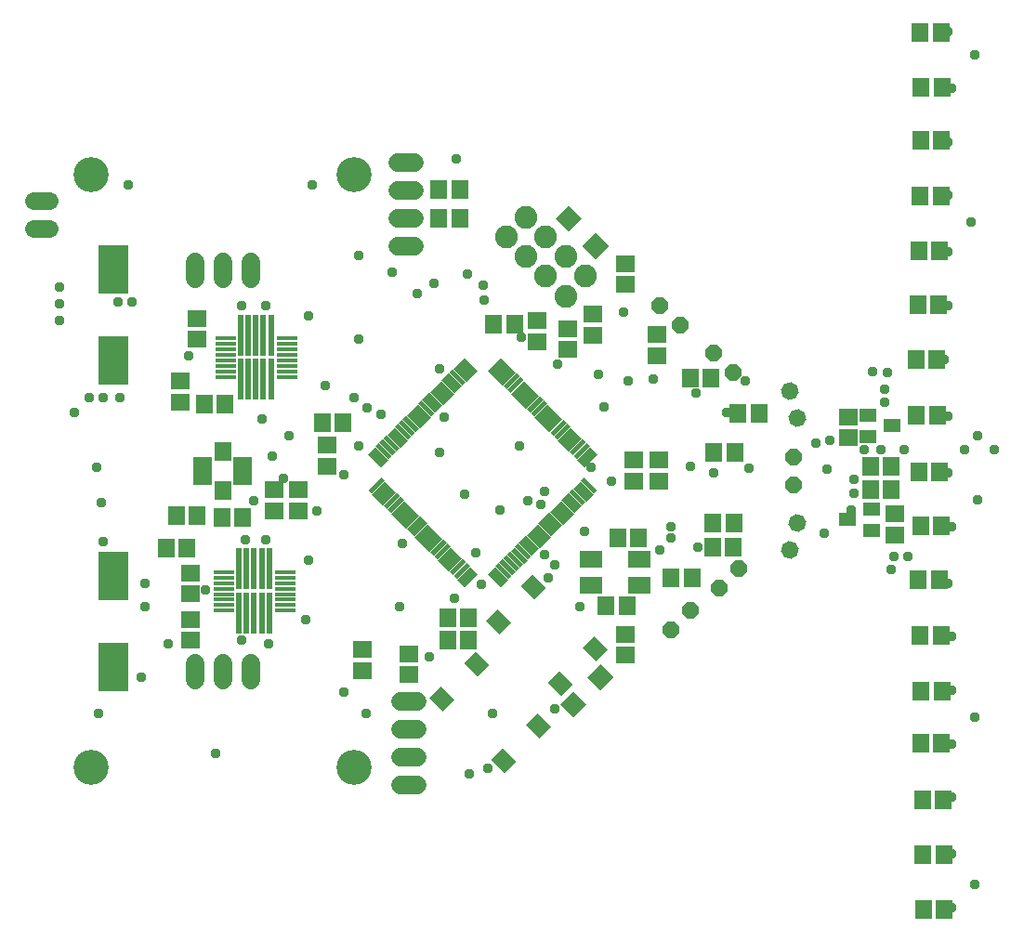
<source format=gbr>
G04 EAGLE Gerber RS-274X export*
G75*
%MOMM*%
%FSLAX34Y34*%
%LPD*%
%INSoldermask Top*%
%IPPOS*%
%AMOC8*
5,1,8,0,0,1.08239X$1,22.5*%
G01*
%ADD10R,1.503200X1.703200*%
%ADD11R,1.703200X1.503200*%
%ADD12P,1.649562X8X157.500000*%
%ADD13P,1.649562X8X247.500000*%
%ADD14P,1.649562X8X337.500000*%
%ADD15P,1.649562X8X67.500000*%
%ADD16C,1.625600*%
%ADD17R,1.703200X1.703200*%
%ADD18R,2.103200X1.603200*%
%ADD19R,1.603200X1.203200*%
%ADD20R,1.503200X1.803200*%
%ADD21R,1.803200X1.503200*%
%ADD22R,1.753200X1.503200*%
%ADD23R,0.457200X1.676400*%
%ADD24R,1.981200X0.457200*%
%ADD25R,0.508000X3.759200*%
%ADD26R,2.703200X4.503200*%
%ADD27C,1.727200*%
%ADD28R,1.803200X0.503200*%
%ADD29R,0.503200X1.803200*%
%ADD30C,3.203200*%
%ADD31C,1.711200*%
%ADD32P,1.649562X8X277.500000*%
%ADD33P,1.649562X8X127.500000*%
%ADD34P,1.649562X8X112.500000*%
%ADD35C,2.082800*%
%ADD36C,0.959600*%


D10*
X146594Y389448D03*
X127594Y389448D03*
D11*
X265110Y434304D03*
X265110Y453304D03*
D10*
X279822Y474152D03*
X260822Y474152D03*
X529808Y368488D03*
X548808Y368488D03*
X519516Y306644D03*
X538516Y306644D03*
D11*
X456842Y566626D03*
X456842Y547626D03*
D10*
X393868Y276032D03*
X374868Y276032D03*
D11*
X484444Y559730D03*
X484444Y540730D03*
D10*
X169250Y387416D03*
X188250Y387416D03*
D11*
X544256Y439588D03*
X544256Y420588D03*
X567624Y439588D03*
X567624Y420588D03*
D10*
X417032Y563184D03*
X436032Y563184D03*
X393868Y296352D03*
X374868Y296352D03*
D12*
X635080Y519670D03*
X617120Y537630D03*
D13*
X640330Y341180D03*
X622370Y323220D03*
D14*
X568570Y580480D03*
X586530Y562520D03*
D15*
X578070Y285170D03*
X596030Y303130D03*
D16*
X11684Y650428D02*
X-2540Y650428D01*
X-2540Y675828D02*
X11684Y675828D01*
D17*
G36*
X489604Y229163D02*
X501647Y217120D01*
X489604Y205077D01*
X477561Y217120D01*
X489604Y229163D01*
G37*
G36*
X514352Y253911D02*
X526395Y241868D01*
X514352Y229825D01*
X502309Y241868D01*
X514352Y253911D01*
G37*
G36*
X497217Y659792D02*
X485174Y647749D01*
X473131Y659792D01*
X485174Y671835D01*
X497217Y659792D01*
G37*
G36*
X521965Y635044D02*
X509922Y623001D01*
X497879Y635044D01*
X509922Y647087D01*
X521965Y635044D01*
G37*
D18*
X550000Y349632D03*
X506000Y349632D03*
X506000Y325632D03*
X550000Y325632D03*
D19*
X780046Y470982D03*
X758046Y461482D03*
X758046Y480482D03*
X739298Y385488D03*
X761298Y394988D03*
X761298Y375988D03*
D20*
X825458Y229152D03*
X806458Y229152D03*
X824614Y280200D03*
X805614Y280200D03*
X822862Y330346D03*
X803862Y330346D03*
D21*
X239202Y412664D03*
X239202Y393664D03*
X216850Y412664D03*
X216850Y393664D03*
X507304Y553684D03*
X507304Y572684D03*
D20*
X824764Y379448D03*
X805764Y379448D03*
X823210Y429000D03*
X804210Y429000D03*
X821218Y480700D03*
X802218Y480700D03*
X820510Y531050D03*
X801510Y531050D03*
X827060Y80104D03*
X808060Y80104D03*
X822516Y581350D03*
X803516Y581350D03*
X823464Y630052D03*
X804464Y630052D03*
X824414Y680352D03*
X805414Y680352D03*
X824762Y731500D03*
X805762Y731500D03*
X825364Y779100D03*
X806364Y779100D03*
X824508Y829552D03*
X805508Y829552D03*
X658658Y482412D03*
X639658Y482412D03*
D21*
X537168Y599884D03*
X537168Y618884D03*
X537022Y262092D03*
X537022Y281092D03*
D20*
X636504Y447118D03*
X617504Y447118D03*
D21*
X739836Y460212D03*
X739836Y479212D03*
X782508Y390566D03*
X782508Y371566D03*
D20*
X635140Y360674D03*
X616140Y360674D03*
X578698Y332552D03*
X597698Y332552D03*
X614780Y514820D03*
X595780Y514820D03*
D21*
X566052Y553972D03*
X566052Y534972D03*
D20*
X826512Y130250D03*
X807512Y130250D03*
X824962Y181996D03*
X805962Y181996D03*
D22*
G36*
X425315Y177364D02*
X437711Y164968D01*
X427081Y154338D01*
X414685Y166734D01*
X425315Y177364D01*
G37*
G36*
X369100Y233579D02*
X381496Y221183D01*
X370866Y210553D01*
X358470Y222949D01*
X369100Y233579D01*
G37*
G36*
X457134Y209183D02*
X469530Y196787D01*
X458900Y186157D01*
X446504Y198553D01*
X457134Y209183D01*
G37*
G36*
X400919Y265398D02*
X413315Y253002D01*
X402685Y242372D01*
X390289Y254768D01*
X400919Y265398D01*
G37*
D23*
G36*
X426598Y327521D02*
X423365Y324288D01*
X411512Y336141D01*
X414745Y339374D01*
X426598Y327521D01*
G37*
G36*
X430011Y330934D02*
X426778Y327701D01*
X414925Y339554D01*
X418158Y342787D01*
X430011Y330934D01*
G37*
G36*
X433603Y334526D02*
X430370Y331293D01*
X418517Y343146D01*
X421750Y346379D01*
X433603Y334526D01*
G37*
G36*
X437195Y338118D02*
X433962Y334885D01*
X422109Y346738D01*
X425342Y349971D01*
X437195Y338118D01*
G37*
G36*
X440787Y341710D02*
X437554Y338477D01*
X425701Y350330D01*
X428934Y353563D01*
X440787Y341710D01*
G37*
G36*
X444199Y345123D02*
X440966Y341890D01*
X429113Y353743D01*
X432346Y356976D01*
X444199Y345123D01*
G37*
G36*
X447792Y348715D02*
X444559Y345482D01*
X432706Y357335D01*
X435939Y360568D01*
X447792Y348715D01*
G37*
G36*
X451384Y352307D02*
X448151Y349074D01*
X436298Y360927D01*
X439531Y364160D01*
X451384Y352307D01*
G37*
G36*
X454796Y355719D02*
X451563Y352486D01*
X439710Y364339D01*
X442943Y367572D01*
X454796Y355719D01*
G37*
G36*
X458388Y359311D02*
X455155Y356078D01*
X443302Y367931D01*
X446535Y371164D01*
X458388Y359311D01*
G37*
G36*
X461980Y362903D02*
X458747Y359670D01*
X446894Y371523D01*
X450127Y374756D01*
X461980Y362903D01*
G37*
G36*
X465393Y366316D02*
X462160Y363083D01*
X450307Y374936D01*
X453540Y378169D01*
X465393Y366316D01*
G37*
G36*
X468985Y369908D02*
X465752Y366675D01*
X453899Y378528D01*
X457132Y381761D01*
X468985Y369908D01*
G37*
G36*
X472577Y373500D02*
X469344Y370267D01*
X457491Y382120D01*
X460724Y385353D01*
X472577Y373500D01*
G37*
G36*
X475990Y376913D02*
X472757Y373680D01*
X460904Y385533D01*
X464137Y388766D01*
X475990Y376913D01*
G37*
G36*
X479582Y380505D02*
X476349Y377272D01*
X464496Y389125D01*
X467729Y392358D01*
X479582Y380505D01*
G37*
G36*
X483174Y384097D02*
X479941Y380864D01*
X468088Y392717D01*
X471321Y395950D01*
X483174Y384097D01*
G37*
G36*
X486586Y387509D02*
X483353Y384276D01*
X471500Y396129D01*
X474733Y399362D01*
X486586Y387509D01*
G37*
G36*
X490178Y391101D02*
X486945Y387868D01*
X475092Y399721D01*
X478325Y402954D01*
X490178Y391101D01*
G37*
G36*
X493770Y394694D02*
X490537Y391461D01*
X478684Y403314D01*
X481917Y406547D01*
X493770Y394694D01*
G37*
G36*
X497183Y398106D02*
X493950Y394873D01*
X482097Y406726D01*
X485330Y409959D01*
X497183Y398106D01*
G37*
G36*
X500775Y401698D02*
X497542Y398465D01*
X485689Y410318D01*
X488922Y413551D01*
X500775Y401698D01*
G37*
G36*
X504367Y405290D02*
X501134Y402057D01*
X489281Y413910D01*
X492514Y417143D01*
X504367Y405290D01*
G37*
G36*
X507959Y408882D02*
X504726Y405649D01*
X492873Y417502D01*
X496106Y420735D01*
X507959Y408882D01*
G37*
G36*
X511372Y412295D02*
X508139Y409062D01*
X496286Y420915D01*
X499519Y424148D01*
X511372Y412295D01*
G37*
G36*
X499519Y433488D02*
X496286Y436721D01*
X508139Y448574D01*
X511372Y445341D01*
X499519Y433488D01*
G37*
G36*
X496106Y436901D02*
X492873Y440134D01*
X504726Y451987D01*
X507959Y448754D01*
X496106Y436901D01*
G37*
G36*
X492514Y440493D02*
X489281Y443726D01*
X501134Y455579D01*
X504367Y452346D01*
X492514Y440493D01*
G37*
G36*
X488922Y444085D02*
X485689Y447318D01*
X497542Y459171D01*
X500775Y455938D01*
X488922Y444085D01*
G37*
G36*
X485330Y447677D02*
X482097Y450910D01*
X493950Y462763D01*
X497183Y459530D01*
X485330Y447677D01*
G37*
G36*
X481917Y451089D02*
X478684Y454322D01*
X490537Y466175D01*
X493770Y462942D01*
X481917Y451089D01*
G37*
G36*
X478325Y454682D02*
X475092Y457915D01*
X486945Y469768D01*
X490178Y466535D01*
X478325Y454682D01*
G37*
G36*
X474733Y458274D02*
X471500Y461507D01*
X483353Y473360D01*
X486586Y470127D01*
X474733Y458274D01*
G37*
G36*
X471321Y461686D02*
X468088Y464919D01*
X479941Y476772D01*
X483174Y473539D01*
X471321Y461686D01*
G37*
G36*
X467729Y465278D02*
X464496Y468511D01*
X476349Y480364D01*
X479582Y477131D01*
X467729Y465278D01*
G37*
G36*
X464137Y468870D02*
X460904Y472103D01*
X472757Y483956D01*
X475990Y480723D01*
X464137Y468870D01*
G37*
G36*
X460724Y472283D02*
X457491Y475516D01*
X469344Y487369D01*
X472577Y484136D01*
X460724Y472283D01*
G37*
G36*
X457132Y475875D02*
X453899Y479108D01*
X465752Y490961D01*
X468985Y487728D01*
X457132Y475875D01*
G37*
G36*
X453540Y479467D02*
X450307Y482700D01*
X462160Y494553D01*
X465393Y491320D01*
X453540Y479467D01*
G37*
G36*
X450127Y482880D02*
X446894Y486113D01*
X458747Y497966D01*
X461980Y494733D01*
X450127Y482880D01*
G37*
G36*
X446535Y486472D02*
X443302Y489705D01*
X455155Y501558D01*
X458388Y498325D01*
X446535Y486472D01*
G37*
G36*
X442943Y490064D02*
X439710Y493297D01*
X451563Y505150D01*
X454796Y501917D01*
X442943Y490064D01*
G37*
G36*
X439531Y493476D02*
X436298Y496709D01*
X448151Y508562D01*
X451384Y505329D01*
X439531Y493476D01*
G37*
G36*
X435939Y497068D02*
X432706Y500301D01*
X444559Y512154D01*
X447792Y508921D01*
X435939Y497068D01*
G37*
G36*
X432346Y500660D02*
X429113Y503893D01*
X440966Y515746D01*
X444199Y512513D01*
X432346Y500660D01*
G37*
G36*
X428934Y504073D02*
X425701Y507306D01*
X437554Y519159D01*
X440787Y515926D01*
X428934Y504073D01*
G37*
G36*
X425342Y507665D02*
X422109Y510898D01*
X433962Y522751D01*
X437195Y519518D01*
X425342Y507665D01*
G37*
G36*
X421750Y511257D02*
X418517Y514490D01*
X430370Y526343D01*
X433603Y523110D01*
X421750Y511257D01*
G37*
G36*
X418158Y514849D02*
X414925Y518082D01*
X426778Y529935D01*
X430011Y526702D01*
X418158Y514849D01*
G37*
G36*
X414745Y518262D02*
X411512Y521495D01*
X423365Y533348D01*
X426598Y530115D01*
X414745Y518262D01*
G37*
G36*
X402172Y521495D02*
X398939Y518262D01*
X387086Y530115D01*
X390319Y533348D01*
X402172Y521495D01*
G37*
G36*
X398759Y518082D02*
X395526Y514849D01*
X383673Y526702D01*
X386906Y529935D01*
X398759Y518082D01*
G37*
G36*
X395167Y514490D02*
X391934Y511257D01*
X380081Y523110D01*
X383314Y526343D01*
X395167Y514490D01*
G37*
G36*
X391575Y510898D02*
X388342Y507665D01*
X376489Y519518D01*
X379722Y522751D01*
X391575Y510898D01*
G37*
G36*
X387983Y507306D02*
X384750Y504073D01*
X372897Y515926D01*
X376130Y519159D01*
X387983Y507306D01*
G37*
G36*
X384571Y503893D02*
X381338Y500660D01*
X369485Y512513D01*
X372718Y515746D01*
X384571Y503893D01*
G37*
G36*
X380978Y500301D02*
X377745Y497068D01*
X365892Y508921D01*
X369125Y512154D01*
X380978Y500301D01*
G37*
G36*
X377386Y496709D02*
X374153Y493476D01*
X362300Y505329D01*
X365533Y508562D01*
X377386Y496709D01*
G37*
G36*
X373974Y493297D02*
X370741Y490064D01*
X358888Y501917D01*
X362121Y505150D01*
X373974Y493297D01*
G37*
G36*
X370382Y489705D02*
X367149Y486472D01*
X355296Y498325D01*
X358529Y501558D01*
X370382Y489705D01*
G37*
G36*
X366790Y486113D02*
X363557Y482880D01*
X351704Y494733D01*
X354937Y497966D01*
X366790Y486113D01*
G37*
G36*
X363377Y482700D02*
X360144Y479467D01*
X348291Y491320D01*
X351524Y494553D01*
X363377Y482700D01*
G37*
G36*
X359785Y479108D02*
X356552Y475875D01*
X344699Y487728D01*
X347932Y490961D01*
X359785Y479108D01*
G37*
G36*
X356193Y475516D02*
X352960Y472283D01*
X341107Y484136D01*
X344340Y487369D01*
X356193Y475516D01*
G37*
G36*
X352780Y472103D02*
X349547Y468870D01*
X337694Y480723D01*
X340927Y483956D01*
X352780Y472103D01*
G37*
G36*
X349188Y468511D02*
X345955Y465278D01*
X334102Y477131D01*
X337335Y480364D01*
X349188Y468511D01*
G37*
G36*
X345596Y464919D02*
X342363Y461686D01*
X330510Y473539D01*
X333743Y476772D01*
X345596Y464919D01*
G37*
G36*
X342184Y461507D02*
X338951Y458274D01*
X327098Y470127D01*
X330331Y473360D01*
X342184Y461507D01*
G37*
G36*
X338592Y457915D02*
X335359Y454682D01*
X323506Y466535D01*
X326739Y469768D01*
X338592Y457915D01*
G37*
G36*
X335000Y454322D02*
X331767Y451089D01*
X319914Y462942D01*
X323147Y466175D01*
X335000Y454322D01*
G37*
G36*
X331587Y450910D02*
X328354Y447677D01*
X316501Y459530D01*
X319734Y462763D01*
X331587Y450910D01*
G37*
G36*
X327995Y447318D02*
X324762Y444085D01*
X312909Y455938D01*
X316142Y459171D01*
X327995Y447318D01*
G37*
G36*
X324403Y443726D02*
X321170Y440493D01*
X309317Y452346D01*
X312550Y455579D01*
X324403Y443726D01*
G37*
G36*
X320811Y440134D02*
X317578Y436901D01*
X305725Y448754D01*
X308958Y451987D01*
X320811Y440134D01*
G37*
G36*
X317398Y436721D02*
X314165Y433488D01*
X302312Y445341D01*
X305545Y448574D01*
X317398Y436721D01*
G37*
G36*
X305545Y409062D02*
X302312Y412295D01*
X314165Y424148D01*
X317398Y420915D01*
X305545Y409062D01*
G37*
G36*
X308958Y405649D02*
X305725Y408882D01*
X317578Y420735D01*
X320811Y417502D01*
X308958Y405649D01*
G37*
G36*
X312550Y402057D02*
X309317Y405290D01*
X321170Y417143D01*
X324403Y413910D01*
X312550Y402057D01*
G37*
G36*
X316142Y398465D02*
X312909Y401698D01*
X324762Y413551D01*
X327995Y410318D01*
X316142Y398465D01*
G37*
G36*
X319734Y394873D02*
X316501Y398106D01*
X328354Y409959D01*
X331587Y406726D01*
X319734Y394873D01*
G37*
G36*
X323147Y391461D02*
X319914Y394694D01*
X331767Y406547D01*
X335000Y403314D01*
X323147Y391461D01*
G37*
G36*
X326739Y387868D02*
X323506Y391101D01*
X335359Y402954D01*
X338592Y399721D01*
X326739Y387868D01*
G37*
G36*
X330331Y384276D02*
X327098Y387509D01*
X338951Y399362D01*
X342184Y396129D01*
X330331Y384276D01*
G37*
G36*
X333743Y380864D02*
X330510Y384097D01*
X342363Y395950D01*
X345596Y392717D01*
X333743Y380864D01*
G37*
G36*
X337335Y377272D02*
X334102Y380505D01*
X345955Y392358D01*
X349188Y389125D01*
X337335Y377272D01*
G37*
G36*
X340927Y373680D02*
X337694Y376913D01*
X349547Y388766D01*
X352780Y385533D01*
X340927Y373680D01*
G37*
G36*
X344340Y370267D02*
X341107Y373500D01*
X352960Y385353D01*
X356193Y382120D01*
X344340Y370267D01*
G37*
G36*
X347932Y366675D02*
X344699Y369908D01*
X356552Y381761D01*
X359785Y378528D01*
X347932Y366675D01*
G37*
G36*
X351524Y363083D02*
X348291Y366316D01*
X360144Y378169D01*
X363377Y374936D01*
X351524Y363083D01*
G37*
G36*
X354937Y359670D02*
X351704Y362903D01*
X363557Y374756D01*
X366790Y371523D01*
X354937Y359670D01*
G37*
G36*
X358529Y356078D02*
X355296Y359311D01*
X367149Y371164D01*
X370382Y367931D01*
X358529Y356078D01*
G37*
G36*
X362121Y352486D02*
X358888Y355719D01*
X370741Y367572D01*
X373974Y364339D01*
X362121Y352486D01*
G37*
G36*
X365533Y349074D02*
X362300Y352307D01*
X374153Y364160D01*
X377386Y360927D01*
X365533Y349074D01*
G37*
G36*
X369125Y345482D02*
X365892Y348715D01*
X377745Y360568D01*
X380978Y357335D01*
X369125Y345482D01*
G37*
G36*
X372718Y341890D02*
X369485Y345123D01*
X381338Y356976D01*
X384571Y353743D01*
X372718Y341890D01*
G37*
G36*
X376130Y338477D02*
X372897Y341710D01*
X384750Y353563D01*
X387983Y350330D01*
X376130Y338477D01*
G37*
G36*
X379722Y334885D02*
X376489Y338118D01*
X388342Y349971D01*
X391575Y346738D01*
X379722Y334885D01*
G37*
G36*
X383314Y331293D02*
X380081Y334526D01*
X391934Y346379D01*
X395167Y343146D01*
X383314Y331293D01*
G37*
G36*
X386906Y327701D02*
X383673Y330934D01*
X395526Y342787D01*
X398759Y339554D01*
X386906Y327701D01*
G37*
G36*
X390319Y324288D02*
X387086Y327521D01*
X398939Y339374D01*
X402172Y336141D01*
X390319Y324288D01*
G37*
D22*
G36*
X476831Y247676D02*
X489227Y235280D01*
X478597Y224650D01*
X466201Y237046D01*
X476831Y247676D01*
G37*
G36*
X420616Y303891D02*
X433012Y291495D01*
X422382Y280865D01*
X409986Y293261D01*
X420616Y303891D01*
G37*
G36*
X508650Y279495D02*
X521046Y267099D01*
X510416Y256469D01*
X498020Y268865D01*
X508650Y279495D01*
G37*
G36*
X452435Y335710D02*
X464831Y323314D01*
X454201Y312684D01*
X441805Y325080D01*
X452435Y335710D01*
G37*
D24*
X228666Y515712D03*
X228666Y520712D03*
X228666Y525712D03*
X228666Y530712D03*
X228666Y535712D03*
X228666Y540712D03*
X228666Y545712D03*
X228666Y550712D03*
D25*
X214086Y553792D03*
X207086Y553792D03*
X200086Y553792D03*
X193086Y553792D03*
X186086Y553792D03*
D24*
X172522Y550712D03*
X172522Y545712D03*
X172522Y540712D03*
X172522Y535712D03*
X172522Y530712D03*
X172522Y525712D03*
X172522Y520712D03*
X172522Y515712D03*
D25*
X186086Y513648D03*
X193086Y513648D03*
X200086Y513648D03*
X207086Y513648D03*
X214086Y513648D03*
D11*
X146492Y568620D03*
X146492Y549620D03*
D10*
X171994Y491048D03*
X152994Y491048D03*
D11*
X131252Y511724D03*
X131252Y492724D03*
D26*
X70800Y530828D03*
X70800Y613828D03*
D24*
X227142Y302606D03*
X227142Y307606D03*
X227142Y312606D03*
X227142Y317606D03*
X227142Y322606D03*
X227142Y327606D03*
X227142Y332606D03*
X227142Y337606D03*
D25*
X212562Y340686D03*
X205562Y340686D03*
X198562Y340686D03*
X191562Y340686D03*
X184562Y340686D03*
D24*
X170998Y337606D03*
X170998Y332606D03*
X170998Y327606D03*
X170998Y322606D03*
X170998Y317606D03*
X170998Y312606D03*
X170998Y307606D03*
X170998Y302606D03*
D25*
X184562Y300542D03*
X191562Y300542D03*
X198562Y300542D03*
X205562Y300542D03*
X212562Y300542D03*
D10*
X137450Y359476D03*
X118450Y359476D03*
D11*
X140396Y275554D03*
X140396Y294554D03*
X140650Y317718D03*
X140650Y336718D03*
D27*
X329372Y711012D02*
X344612Y711012D01*
X344612Y685612D02*
X329372Y685612D01*
X329372Y660212D02*
X344612Y660212D01*
X344612Y634812D02*
X329372Y634812D01*
D20*
X827308Y30000D03*
X808308Y30000D03*
D28*
X188000Y420000D03*
X188000Y425000D03*
X188000Y430000D03*
X188000Y435000D03*
X188000Y440000D03*
D29*
X175000Y448000D03*
X170000Y448000D03*
X165000Y448000D03*
D28*
X152000Y440000D03*
X152000Y435000D03*
X152000Y430000D03*
X152000Y425000D03*
X152000Y420000D03*
D29*
X165000Y412000D03*
X170000Y412000D03*
X175000Y412000D03*
D30*
X50000Y700000D03*
X290000Y700000D03*
D31*
X195400Y620540D02*
X195400Y605460D01*
X170000Y605460D02*
X170000Y620540D01*
X144600Y620540D02*
X144600Y605460D01*
D30*
X290000Y160000D03*
X50000Y160000D03*
D31*
X144600Y239460D02*
X144600Y254540D01*
X170000Y254540D02*
X170000Y239460D01*
X195400Y239460D02*
X195400Y254540D01*
D32*
X693287Y382267D03*
X686713Y357733D03*
D20*
X635596Y382332D03*
X616596Y382332D03*
D33*
X693287Y477733D03*
X686713Y502267D03*
D34*
X690000Y417300D03*
X690000Y442700D03*
D10*
X779308Y434152D03*
X760308Y434152D03*
X779308Y412816D03*
X760308Y412816D03*
D35*
X500421Y607199D03*
X482461Y589239D03*
X482461Y625160D03*
X464500Y607199D03*
X464500Y643121D03*
X446539Y625160D03*
X446539Y661081D03*
X428579Y643121D03*
D26*
X70104Y251108D03*
X70104Y334108D03*
D20*
X385876Y686512D03*
X366876Y686512D03*
X385876Y660072D03*
X366876Y660072D03*
D27*
X347620Y143852D02*
X332380Y143852D01*
X332380Y169252D02*
X347620Y169252D01*
X347620Y194652D02*
X332380Y194652D01*
X332380Y220052D02*
X347620Y220052D01*
D21*
X297288Y248108D03*
X297288Y267108D03*
X339960Y244340D03*
X339960Y263340D03*
D36*
X154112Y321376D03*
X99248Y327472D03*
X74864Y583504D03*
X138872Y534736D03*
X245552Y293944D03*
X263840Y507304D03*
X99248Y306136D03*
X87056Y583504D03*
X754568Y449392D03*
X745424Y409768D03*
X745424Y421960D03*
X723580Y457520D03*
X769808Y449392D03*
X411480Y158496D03*
X472440Y213360D03*
X463335Y353607D03*
X499872Y374904D03*
X524256Y420624D03*
X381000Y313944D03*
X441960Y551688D03*
X505968Y432816D03*
X646176Y512064D03*
X300416Y208600D03*
X416240Y208600D03*
X495488Y306136D03*
X596072Y434152D03*
X330896Y306136D03*
X333944Y364048D03*
X401000Y354904D03*
X422336Y394528D03*
X367472Y446344D03*
X440624Y452440D03*
X230312Y461584D03*
X294320Y549976D03*
X324800Y610936D03*
X367472Y522544D03*
X382712Y714568D03*
X84008Y690184D03*
X251648Y690184D03*
X248600Y571312D03*
X163256Y172024D03*
X56576Y208600D03*
X358328Y260416D03*
X568640Y357952D03*
X721040Y431104D03*
X562544Y513400D03*
X535112Y574360D03*
X294320Y626176D03*
X858200Y403672D03*
X858200Y461584D03*
X855152Y809056D03*
X855152Y53152D03*
X855152Y205552D03*
X852104Y656656D03*
X294320Y452440D03*
X248600Y348808D03*
X407096Y598744D03*
X60960Y365760D03*
X59624Y400624D03*
X35240Y482920D03*
X187640Y275656D03*
X212024Y272608D03*
X96200Y242128D03*
X120584Y272608D03*
X205928Y476824D03*
X21336Y566928D03*
X76200Y496824D03*
X60960Y496824D03*
X48768Y496824D03*
X21336Y582168D03*
X21336Y597408D03*
X54864Y432816D03*
X215072Y443296D03*
X394904Y153736D03*
X617408Y428056D03*
X603184Y359984D03*
X601660Y500700D03*
X629600Y482920D03*
X280416Y426720D03*
X390144Y408432D03*
X280416Y228600D03*
X198120Y402336D03*
X225552Y423170D03*
X256032Y393192D03*
X313944Y481584D03*
X393192Y609600D03*
X301752Y487680D03*
X347472Y591312D03*
X833816Y80584D03*
X778952Y339664D03*
X833816Y181168D03*
X782000Y351856D03*
X833816Y278704D03*
X794192Y351856D03*
X833816Y379288D03*
X717992Y373192D03*
X830768Y479872D03*
X772856Y492064D03*
X830768Y580456D03*
X772856Y504256D03*
X830768Y681040D03*
X775904Y519496D03*
X833816Y778576D03*
X762054Y520544D03*
X578800Y378780D03*
X517840Y488000D03*
X448056Y402336D03*
X405384Y326136D03*
X475488Y527304D03*
X833816Y132400D03*
X833816Y229936D03*
X830768Y327472D03*
X830768Y428056D03*
X827720Y531688D03*
X830768Y629224D03*
X830768Y729808D03*
X830768Y830392D03*
X742376Y394528D03*
X649920Y432120D03*
X466344Y332232D03*
X539496Y512064D03*
X578800Y368620D03*
X512064Y518160D03*
X791144Y449392D03*
X846008Y449392D03*
X873440Y449392D03*
X710880Y454980D03*
X472440Y344424D03*
X463296Y411480D03*
X187640Y580456D03*
X208976Y580456D03*
X190688Y367096D03*
X208976Y367096D03*
X460248Y399288D03*
X833816Y31816D03*
X289560Y496824D03*
X362712Y600456D03*
X371856Y478536D03*
X408432Y585216D03*
M02*

</source>
